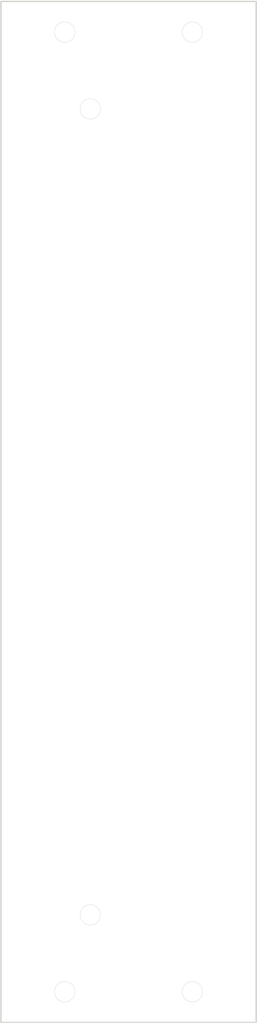
<source format=kicad_pcb>
(kicad_pcb
	(version 20241229)
	(generator "pcbnew")
	(generator_version "9.0")
	(general
		(thickness 1.6)
		(legacy_teardrops no)
	)
	(paper "A4" portrait)
	(title_block
		(title "ASMR - Module Face Plate Reference")
		(date "2025-08-12")
		(rev "A")
		(company "by Circuit Monkey")
		(comment 1 "ASMR :: Advanced Synth Module Rack")
	)
	(layers
		(0 "F.Cu" signal)
		(2 "B.Cu" signal)
		(9 "F.Adhes" user "F.Adhesive")
		(11 "B.Adhes" user "B.Adhesive")
		(13 "F.Paste" user)
		(15 "B.Paste" user)
		(5 "F.SilkS" user "F.Silkscreen")
		(7 "B.SilkS" user "B.Silkscreen")
		(1 "F.Mask" user)
		(3 "B.Mask" user)
		(17 "Dwgs.User" user "User.Drawings")
		(19 "Cmts.User" user "User.Comments")
		(21 "Eco1.User" user "User.Eco1")
		(23 "Eco2.User" user "User.Eco2")
		(25 "Edge.Cuts" user)
		(27 "Margin" user)
		(31 "F.CrtYd" user "F.Courtyard")
		(29 "B.CrtYd" user "B.Courtyard")
		(35 "F.Fab" user)
		(33 "B.Fab" user)
		(39 "User.1" user)
		(41 "User.2" user)
		(43 "User.3" user)
		(45 "User.4" user)
	)
	(setup
		(pad_to_mask_clearance 0)
		(allow_soldermask_bridges_in_footprints no)
		(tenting front back)
		(pcbplotparams
			(layerselection 0x00000000_00000000_55555555_5755f5ff)
			(plot_on_all_layers_selection 0x00000000_00000000_00000000_00000000)
			(disableapertmacros no)
			(usegerberextensions no)
			(usegerberattributes yes)
			(usegerberadvancedattributes yes)
			(creategerberjobfile yes)
			(dashed_line_dash_ratio 12.000000)
			(dashed_line_gap_ratio 3.000000)
			(svgprecision 4)
			(plotframeref no)
			(mode 1)
			(useauxorigin no)
			(hpglpennumber 1)
			(hpglpenspeed 20)
			(hpglpendiameter 15.000000)
			(pdf_front_fp_property_popups yes)
			(pdf_back_fp_property_popups yes)
			(pdf_metadata yes)
			(pdf_single_document no)
			(dxfpolygonmode yes)
			(dxfimperialunits yes)
			(dxfusepcbnewfont yes)
			(psnegative no)
			(psa4output no)
			(plot_black_and_white yes)
			(sketchpadsonfab no)
			(plotpadnumbers no)
			(hidednponfab no)
			(sketchdnponfab yes)
			(crossoutdnponfab yes)
			(subtractmaskfromsilk no)
			(outputformat 1)
			(mirror no)
			(drillshape 1)
			(scaleselection 1)
			(outputdirectory "")
		)
	)
	(net 0 "")
	(gr_circle
		(center 104 67)
		(end 105.6 67)
		(stroke
			(width 0.1)
			(type default)
		)
		(fill no)
		(layer "Dwgs.User")
		(uuid "163d1b33-44e4-4984-8cfb-0dcfa4c17ece")
	)
	(gr_circle
		(center 100 55)
		(end 103 55)
		(stroke
			(width 0.1)
			(type default)
		)
		(fill no)
		(layer "Dwgs.User")
		(uuid "497b7bad-3844-4c9d-975e-60ec5bd12c47")
	)
	(gr_line
		(start 90 60)
		(end 130 60)
		(stroke
			(width 0.3)
			(type dot)
		)
		(layer "Dwgs.User")
		(uuid "64c00eff-0f49-4cef-9f71-530ffcd77ab2")
	)
	(gr_circle
		(center 120 55)
		(end 123 55)
		(stroke
			(width 0.1)
			(type default)
		)
		(fill no)
		(layer "Dwgs.User")
		(uuid "912d2bf7-e3cf-4d57-b809-12337c21392e")
	)
	(gr_rect
		(start 99 188)
		(end 109.2 198)
		(stroke
			(width 0.1)
			(type default)
		)
		(fill no)
		(layer "Dwgs.User")
		(uuid "96b24890-1b05-4bb0-9ad0-fbb7fdeedd14")
	)
	(gr_rect
		(start 106 87.6)
		(end 114 112.6)
		(stroke
			(width 0.1)
			(type dash_dot)
		)
		(fill no)
		(layer "Dwgs.User")
		(uuid "9bed10a5-3be8-4521-bc9e-f5c64c7e07f7")
	)
	(gr_circle
		(center 104 193)
		(end 105.6 193)
		(stroke
			(width 0.1)
			(type default)
		)
		(fill no)
		(layer "Dwgs.User")
		(uuid "9fe49f4c-232a-4c3f-8b1c-c916b4444e9e")
	)
	(gr_circle
		(center 100 205)
		(end 103 205)
		(stroke
			(width 0.1)
			(type default)
		)
		(fill no)
		(layer "Dwgs.User")
		(uuid "b7c06e7b-f1d5-4741-b13c-c1b58b1bf0cc")
	)
	(gr_line
		(start 90 200)
		(end 130 200.1)
		(stroke
			(width 0.3)
			(type dot)
		)
		(layer "Dwgs.User")
		(uuid "c186a0c9-4591-4df4-a537-50e79c76d736")
	)
	(gr_circle
		(center 120 205)
		(end 123 205)
		(stroke
			(width 0.1)
			(type default)
		)
		(fill no)
		(layer "Dwgs.User")
		(uuid "c6df3968-280d-431e-a592-6b577c42b74d")
	)
	(gr_rect
		(start 99 62)
		(end 109.2 72)
		(stroke
			(width 0.1)
			(type default)
		)
		(fill no)
		(layer "Dwgs.User")
		(uuid "ef5bd828-bec4-4f56-b8f4-c74af44ba928")
	)
	(gr_rect
		(start 109.2 62)
		(end 110.8 198)
		(stroke
			(width 0.1)
			(type default)
		)
		(fill no)
		(layer "Dwgs.User")
		(uuid "f782b23c-72d0-48e1-97a2-80c6c9ae6448")
	)
	(gr_rect
		(start 90 50.2)
		(end 130 209.8)
		(stroke
			(width 0.2)
			(type default)
		)
		(fill no)
		(layer "Edge.Cuts")
		(uuid "1171d190-a798-46f5-9799-b4d036f31a7a")
	)
	(gr_circle
		(center 104 193)
		(end 105.6 193)
		(stroke
			(width 0.05)
			(type default)
		)
		(fill no)
		(layer "Edge.Cuts")
		(uuid "1dada2f1-8b44-4e8a-b451-732e303c0973")
	)
	(gr_circle
		(center 120 205)
		(end 121.6 205)
		(stroke
			(width 0.05)
			(type default)
		)
		(fill no)
		(layer "Edge.Cuts")
		(uuid "24108fc9-e586-4959-a8e1-837227b3e0f8")
	)
	(gr_circle
		(center 100 205)
		(end 101.6 205)
		(stroke
			(width 0.05)
			(type default)
		)
		(fill no)
		(layer "Edge.Cuts")
		(uuid "4ff31694-d1cc-49d4-9bfb-6202efd8c715")
	)
	(gr_circle
		(center 104 67)
		(end 105.6 67)
		(stroke
			(width 0.05)
			(type default)
		)
		(fill no)
		(layer "Edge.Cuts")
		(uuid "577fda60-ee85-4aaf-89fb-bbb1f1bae16b")
	)
	(gr_circle
		(center 120 55)
		(end 121.6 55)
		(stroke
			(width 0.05)
			(type default)
		)
		(fill no)
		(layer "Edge.Cuts")
		(uuid "91dbf3f5-9c4c-4134-9605-c2284c1b7a2a")
	)
	(gr_circle
		(center 100 55)
		(end 101.6 55)
		(stroke
			(width 0.05)
			(type default)
		)
		(fill no)
		(layer "Edge.Cuts")
		(uuid "a1177261-b688-43f4-aa9b-d356714de8e7")
	)
	(gr_rect
		(start 90 198.5)
		(end 130 209.8)
		(stroke
			(width 0.05)
			(type default)
		)
		(fill no)
		(layer "B.CrtYd")
		(uuid "a29addf8-a62e-421e-9087-890ef9bf221c")
	)
	(gr_rect
		(start 90 50)
		(end 130 61.5)
		(stroke
			(width 0.05)
			(type default)
		)
		(fill no)
		(layer "B.CrtYd")
		(uuid "e6ba68e5-61c3-4041-9f43-55c57af7b706")
	)
	(gr_text "A      S      M      R"
		(at 110 52.5 0)
		(layer "F.Mask")
		(uuid "b8bd668e-cdd9-4bec-b994-3b5cb8d410e2")
		(effects
			(font
				(face "Audiowide")
				(size 2.3 2.5)
				(thickness 0.4)
				(bold yes)
			)
		)
		(render_cache "A      S      M      R" 0
			(polygon
				(pts
					(xy 96.343619 51.208589) (xy 96.416892 51.25353) (xy 96.465741 51.321081) (xy 96.483296 51.402817)
					(xy 96.483296 53.4545) (xy 96.029462 53.4545) (xy 96.029462 52.901448) (xy 94.478367 52.901448)
					(xy 94.478367 53.4545) (xy 94.024534 53.4545) (xy 94.024534 52.323539) (xy 94.478367 52.323539)
					(xy 94.478367 52.483921) (xy 96.029462 52.483921) (xy 96.029462 51.609965) (xy 95.253991 51.609965)
					(xy 95.168201 51.615442) (xy 95.017075 51.642828) (xy 94.931135 51.669689) (xy 94.836183 51.709958)
					(xy 94.746062 51.763026) (xy 94.661549 51.834669) (xy 94.590285 51.922) (xy 94.530116 52.033672)
					(xy 94.492269 52.160537) (xy 94.478367 52.323539) (xy 94.024534 52.323539) (xy 94.035183 52.160195)
					(xy 94.066307 52.008842) (xy 94.117193 51.867812) (xy 94.187761 51.734153) (xy 94.273394 51.615241)
					(xy 94.374411 51.509691) (xy 94.49016 51.417569) (xy 94.619455 51.339832) (xy 94.763673 51.27614)
					(xy 94.915869 51.230145) (xy 95.078733 51.202043) (xy 95.253991 51.192438) (xy 96.254776 51.192438)
				)
			)
			(polygon
				(pts
					(xy 106.181569 52.78699) (xy 106.172798 52.904952) (xy 106.147985 53.005935) (xy 106.108336 53.098753)
					(xy 106.059295 53.177553) (xy 105.999203 53.246798) (xy 105.930304 53.304229) (xy 105.854479 53.352092)
					(xy 105.777347 53.389757) (xy 105.616604 53.43877) (xy 105.462731 53.4545) (xy 103.744941 53.4545)
					(xy 103.744941 53.036972) (xy 105.462731 53.036972) (xy 105.543578 53.028767) (xy 105.607414 53.005921)
					(xy 105.658126 52.969281) (xy 105.695867 52.920534) (xy 105.719358 52.86079) (xy 105.727735 52.78699)
					(xy 105.722977 52.732821) (xy 105.709264 52.68489) (xy 105.686618 52.641358) (xy 105.656446 52.604699)
					(xy 105.618625 52.57487) (xy 105.572641 52.552315) (xy 105.521386 52.538561) (xy 105.462731 52.533777)
					(xy 104.441491 52.533777) (xy 104.331687 52.525323) (xy 104.207628 52.498246) (xy 104.087446 52.452165)
					(xy 103.974834 52.383647) (xy 103.87779 52.293856) (xy 103.795927 52.176358) (xy 103.757528 52.088513)
					(xy 103.733148 51.985107) (xy 103.724486 51.863178) (xy 103.733164 51.741245) (xy 103.757558 51.638145)
					(xy 103.795927 51.55084) (xy 103.877719 51.433706) (xy 103.974834 51.343551) (xy 104.087505 51.27437)
					(xy 104.207628 51.22811) (xy 104.331692 51.200925) (xy 104.441491 51.192438) (xy 105.957781 51.192438)
					(xy 105.957781 51.609965) (xy 104.441491 51.609965) (xy 104.361923 51.618303) (xy 104.298592 51.641639)
					(xy 104.247776 51.679342) (xy 104.210073 51.728945) (xy 104.186649 51.789245) (xy 104.178319 51.863178)
					(xy 104.186739 51.938016) (xy 104.210232 51.997921) (xy 104.247776 52.046171) (xy 104.298391 52.082472)
					(xy 104.361717 52.105064) (xy 104.441491 52.113161) (xy 105.462731 52.113161) (xy 105.466242 52.113161)
					(xy 105.619199 52.131418) (xy 105.779942 52.182819) (xy 105.85758 52.221873) (xy 105.932136 52.270593)
					(xy 105.999769 52.328426) (xy 106.06021 52.397972) (xy 106.109794 52.476762) (xy 106.148901 52.568887)
					(xy 106.173007 52.668985)
				)
			)
			(polygon
				(pts
					(xy 116.213691 53.4545) (xy 115.756499 53.4545) (xy 115.756499 52.125238) (xy 114.978433 53.384701)
					(xy 114.942647 53.428647) (xy 114.89539 53.460258) (xy 114.840293 53.479513) (xy 114.781207 53.485958)
					(xy 114.72369 53.479514) (xy 114.670229 53.460258) (xy 114.624386 53.428758) (xy 114.589018 53.384701)
					(xy 113.807441 52.125238) (xy 113.807441 53.4545) (xy 113.353607 53.4545) (xy 113.353607 51.371358)
					(xy 113.365246 51.30286) (xy 113.399861 51.242856) (xy 113.453193 51.195998) (xy 113.521219 51.16744)
					(xy 113.594492 51.161822) (xy 113.665169 51.176288) (xy 113.727146 51.210134) (xy 113.774468 51.262237)
					(xy 114.781207 52.872237) (xy 115.787945 51.262237) (xy 115.83587 51.20988) (xy 115.89877 51.175445)
					(xy 115.970579 51.160613) (xy 116.046079 51.16744) (xy 116.112832 51.19587) (xy 116.166521 51.242856)
					(xy 116.201843 51.302918) (xy 116.213691 51.371358)
				)
			)
			(polygon
				(pts
					(xy 126.007829 51.954183) (xy 125.997896 52.09035) (xy 125.969971 52.205429) (xy 125.924835 52.310855)
					(xy 125.867695 52.40064) (xy 125.797863 52.479551) (xy 125.719012 52.545434) (xy 125.6324 52.600516)
					(xy 125.543004 52.644303) (xy 125.450053 52.677814) (xy 125.357532 52.700339) (xy 125.194653 52.717613)
					(xy 126.122013 53.4545) (xy 125.420425 53.4545) (xy 124.494897 52.717613) (xy 124.172497 52.717613)
					(xy 124.172497 52.300086) (xy 125.181372 52.300086) (xy 125.261483 52.288834) (xy 125.332345 52.268346)
					(xy 125.396597 52.23793) (xy 125.450345 52.19939) (xy 125.494171 52.151827) (xy 125.526976 52.094763)
					(xy 125.546926 52.030615) (xy 125.553995 51.954183) (xy 125.553995 51.696617) (xy 125.545142 51.646058)
					(xy 125.522854 51.62092) (xy 125.493851 51.61151) (xy 125.464999 51.609965) (xy 124.00458 51.609965)
					(xy 124.00458 53.4545) (xy 123.550746 53.4545) (xy 123.550746 51.402817) (xy 123.568148 51.321081)
					(xy 123.616234 51.25353) (xy 123.688743 51.208589) (xy 123.779418 51.192438) (xy 125.464999 51.192438)
					(xy 125.607176 51.20574) (xy 125.718249 51.242435) (xy 125.813189 51.299665) (xy 125.886318 51.367847)
					(xy 125.942266 51.446608) (xy 125.979436 51.530196) (xy 126.001047 51.616366) (xy 126.007829 51.693386)
				)
			)
		)
	)
	(gr_text "Chassis Rail"
		(at 110 59.6 0)
		(layer "Cmts.User")
		(uuid "06a15989-5410-4685-a305-ed5d3834595d")
		(effects
			(font
				(size 1 1)
				(thickness 0.15)
			)
			(justify bottom)
		)
	)
	(gr_text "Chassis Rail"
		(at 110 200.1 0)
		(layer "Cmts.User")
		(uuid "1041afce-0de2-426e-ab1b-150bdc081e13")
		(effects
			(font
				(size 1 1)
				(thickness 0.15)
			)
			(justify top)
		)
	)
	(gr_text "Slot (on Backplane)"
		(at 114 100.1 90)
		(layer "Cmts.User")
		(uuid "4a597b6b-9b87-4922-b687-46406afd44e0")
		(effects
			(font
				(size 1 1)
				(thickness 0.15)
			)
			(justify bottom)
		)
	)
	(gr_text "Moudle PCB"
		(at 110 150.1 90)
		(layer "Cmts.User")
		(uuid "63fbecbd-9ab3-4192-8319-3d1c0b8fb48f")
		(effects
			(font
				(size 0.7 0.7)
				(thickness 0.07)
			)
		)
	)
	(embedded_fonts no)
)

</source>
